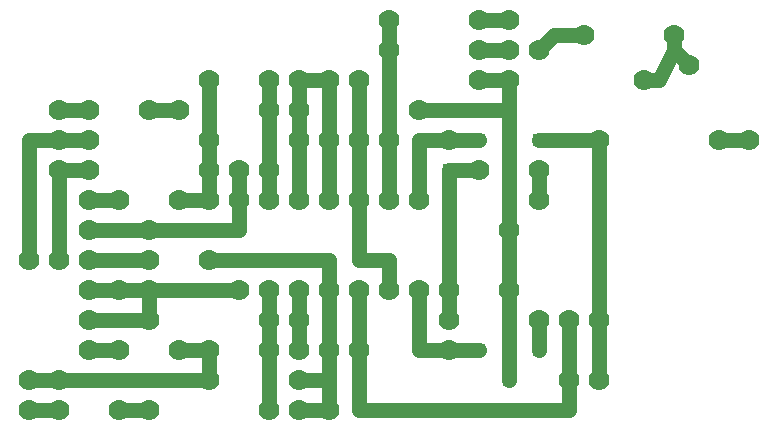
<source format=gbl>
G75*
%MOIN*%
%OFA0B0*%
%FSLAX25Y25*%
%IPPOS*%
%LPD*%
%AMOC8*
5,1,8,0,0,1.08239X$1,22.5*
%
%ADD10C,0.07000*%
%ADD11C,0.05000*%
%ADD12R,0.03962X0.03962*%
D10*
X0011000Y0011333D03*
X0021000Y0011333D03*
X0021000Y0021333D03*
X0011000Y0021333D03*
X0031000Y0031333D03*
X0041000Y0031333D03*
X0031000Y0041333D03*
X0031000Y0051333D03*
X0041000Y0051333D03*
X0051000Y0051333D03*
X0051000Y0041333D03*
X0061000Y0031333D03*
X0071000Y0031333D03*
X0071000Y0021333D03*
X0051000Y0011333D03*
X0041000Y0011333D03*
X0091000Y0011333D03*
X0101000Y0011333D03*
X0111000Y0011333D03*
X0101000Y0021333D03*
X0101000Y0031333D03*
X0091000Y0031333D03*
X0091000Y0041333D03*
X0101000Y0041333D03*
X0101000Y0051333D03*
X0091000Y0051333D03*
X0081000Y0051333D03*
X0071000Y0061333D03*
X0051000Y0061333D03*
X0051000Y0071333D03*
X0041000Y0081333D03*
X0031000Y0081333D03*
X0031000Y0071333D03*
X0031000Y0061333D03*
X0021000Y0061333D03*
X0011000Y0061333D03*
X0061000Y0081333D03*
X0071000Y0081333D03*
X0081000Y0081333D03*
X0091000Y0081333D03*
X0101000Y0081333D03*
X0111000Y0081333D03*
X0121000Y0081333D03*
X0131000Y0081333D03*
X0141000Y0081333D03*
X0161000Y0091333D03*
X0151000Y0101333D03*
X0141000Y0111333D03*
X0131000Y0101333D03*
X0121000Y0101333D03*
X0111000Y0101333D03*
X0101000Y0101333D03*
X0101000Y0111333D03*
X0091000Y0111333D03*
X0091000Y0121333D03*
X0101000Y0121333D03*
X0111000Y0121333D03*
X0121000Y0121333D03*
X0131000Y0131333D03*
X0131000Y0141333D03*
X0161000Y0141333D03*
X0171000Y0141333D03*
X0171000Y0131333D03*
X0181000Y0131333D03*
X0171000Y0121333D03*
X0161000Y0121333D03*
X0161000Y0131333D03*
X0196000Y0136333D03*
X0216000Y0121333D03*
X0231000Y0126333D03*
X0226000Y0136333D03*
X0241000Y0101333D03*
X0251000Y0101333D03*
X0201000Y0101333D03*
X0181000Y0091333D03*
X0181000Y0081333D03*
X0171000Y0071333D03*
X0171000Y0051333D03*
X0181000Y0041333D03*
X0191000Y0041333D03*
X0201000Y0041333D03*
X0201000Y0021333D03*
X0191000Y0021333D03*
X0151000Y0031333D03*
X0151000Y0041333D03*
X0151000Y0051333D03*
X0141000Y0051333D03*
X0131000Y0051333D03*
X0121000Y0051333D03*
X0111000Y0051333D03*
X0111000Y0031333D03*
X0121000Y0031333D03*
X0091000Y0091333D03*
X0081000Y0091333D03*
X0071000Y0091333D03*
X0071000Y0101333D03*
X0061000Y0111333D03*
X0051000Y0111333D03*
X0071000Y0121333D03*
X0031000Y0111333D03*
X0021000Y0111333D03*
X0021000Y0101333D03*
X0031000Y0101333D03*
X0031000Y0091333D03*
X0021000Y0091333D03*
D11*
X0031000Y0091333D01*
X0021000Y0091333D01*
X0021000Y0061333D01*
X0011000Y0061333D02*
X0011000Y0101333D01*
X0021000Y0101333D01*
X0031000Y0101333D01*
X0031000Y0111333D02*
X0021000Y0111333D01*
X0051000Y0111333D02*
X0061000Y0111333D01*
X0051000Y0111333D02*
X0051000Y0111333D01*
X0051000Y0111333D01*
X0071000Y0101333D02*
X0071000Y0121333D01*
X0071000Y0081333D01*
X0071000Y0101333D01*
X0071000Y0091333D01*
X0071000Y0121333D01*
X0091000Y0121333D02*
X0091000Y0101333D01*
X0091000Y0111333D01*
X0091000Y0111333D01*
X0101000Y0111333D02*
X0101000Y0121333D01*
X0111000Y0121333D01*
X0111000Y0101333D01*
X0111000Y0091333D01*
X0111000Y0081333D01*
X0101000Y0081333D02*
X0101000Y0111333D01*
X0111000Y0116333D02*
X0111000Y0121333D01*
X0101000Y0121333D02*
X0101000Y0101333D01*
X0091000Y0101333D02*
X0091000Y0091333D01*
X0091000Y0091333D01*
X0091000Y0091333D01*
X0091000Y0081333D01*
X0091000Y0081333D01*
X0081000Y0081333D02*
X0081000Y0081333D01*
X0081000Y0081333D01*
X0081000Y0071333D01*
X0061000Y0071333D01*
X0056000Y0071333D01*
X0051000Y0071333D01*
X0031000Y0071333D01*
X0031000Y0081333D02*
X0041000Y0081333D01*
X0061000Y0081333D02*
X0071000Y0081333D01*
X0071000Y0091333D01*
X0071000Y0101333D01*
X0081000Y0091333D02*
X0081000Y0091333D01*
X0081000Y0081333D01*
X0081000Y0081333D01*
X0071000Y0061333D02*
X0111000Y0061333D01*
X0111000Y0051333D01*
X0111000Y0021333D01*
X0111000Y0011333D01*
X0111000Y0031333D01*
X0111000Y0026333D01*
X0111000Y0021333D02*
X0101000Y0021333D01*
X0106000Y0021333D01*
X0101000Y0011333D02*
X0111000Y0011333D01*
X0121000Y0011333D02*
X0191000Y0011333D01*
X0191000Y0021333D01*
X0191000Y0041333D01*
X0181000Y0041333D02*
X0181000Y0031333D01*
X0171000Y0021333D02*
X0171000Y0051333D01*
X0171000Y0071333D01*
X0171000Y0111333D01*
X0141000Y0111333D01*
X0141000Y0101333D02*
X0141000Y0081333D01*
X0131000Y0081333D02*
X0131000Y0101333D01*
X0131000Y0131333D01*
X0131000Y0141333D01*
X0161000Y0141333D02*
X0171000Y0141333D01*
X0181000Y0131333D02*
X0186000Y0136333D01*
X0196000Y0136333D01*
X0196000Y0136333D01*
X0181000Y0131333D02*
X0181000Y0131333D01*
X0171000Y0131333D02*
X0171000Y0131333D01*
X0161000Y0131333D01*
X0161000Y0131333D01*
X0161000Y0121333D02*
X0171000Y0121333D01*
X0171000Y0111333D01*
X0161000Y0101333D02*
X0151000Y0101333D01*
X0141000Y0101333D01*
X0151000Y0091333D02*
X0151000Y0091333D01*
X0161000Y0091333D01*
X0161000Y0091333D01*
X0151000Y0091333D02*
X0151000Y0041333D01*
X0151000Y0051333D01*
X0141000Y0051333D02*
X0141000Y0031333D01*
X0151000Y0031333D01*
X0161000Y0031333D01*
X0161000Y0031333D01*
X0131000Y0051333D02*
X0131000Y0061333D01*
X0121000Y0061333D01*
X0121000Y0081333D01*
X0121000Y0101333D01*
X0121000Y0121333D01*
X0181000Y0101333D02*
X0201000Y0101333D01*
X0201000Y0091333D01*
X0201000Y0091333D01*
X0201000Y0101333D01*
X0201000Y0041333D01*
X0201000Y0021333D01*
X0121000Y0011333D02*
X0121000Y0051333D01*
X0121000Y0031333D01*
X0101000Y0031333D02*
X0101000Y0041333D01*
X0101000Y0051333D01*
X0091000Y0051333D02*
X0091000Y0051333D01*
X0091000Y0041333D01*
X0091000Y0041333D01*
X0091000Y0031333D01*
X0091000Y0031333D01*
X0091000Y0031333D01*
X0091000Y0011333D01*
X0091000Y0011333D01*
X0071000Y0021333D02*
X0021000Y0021333D01*
X0011000Y0021333D01*
X0011000Y0011333D02*
X0021000Y0011333D01*
X0041000Y0011333D02*
X0041000Y0011333D01*
X0051000Y0011333D01*
X0051000Y0011333D01*
X0071000Y0021333D02*
X0071000Y0031333D01*
X0071000Y0031333D01*
X0071000Y0031333D01*
X0071000Y0021333D01*
X0071000Y0021333D01*
X0071000Y0031333D02*
X0061000Y0031333D01*
X0061000Y0031333D01*
X0051000Y0041333D02*
X0041000Y0041333D01*
X0031000Y0041333D01*
X0031000Y0051333D02*
X0041000Y0051333D01*
X0051000Y0051333D01*
X0041000Y0051333D01*
X0051000Y0051333D02*
X0051000Y0051333D01*
X0081000Y0051333D01*
X0081000Y0051333D01*
X0091000Y0041333D02*
X0091000Y0041333D01*
X0051000Y0041333D02*
X0051000Y0041333D01*
X0051000Y0041333D01*
X0051000Y0051333D01*
X0051000Y0051333D01*
X0051000Y0061333D02*
X0031000Y0061333D01*
X0031000Y0031333D02*
X0031000Y0031333D01*
X0041000Y0031333D01*
X0041000Y0031333D01*
X0181000Y0081333D02*
X0181000Y0091333D01*
X0216000Y0121333D02*
X0216000Y0121333D01*
X0221000Y0121333D01*
X0226000Y0131333D01*
X0226000Y0131333D01*
X0231000Y0126333D01*
X0231000Y0126333D01*
X0226000Y0131333D02*
X0226000Y0136333D01*
X0226000Y0136333D01*
X0241000Y0101333D02*
X0251000Y0101333D01*
D12*
X0181000Y0101333D03*
X0161000Y0101333D03*
X0151000Y0091333D03*
X0111000Y0091333D03*
X0161000Y0031333D03*
X0171000Y0021333D03*
X0181000Y0031333D03*
X0111000Y0021333D03*
M02*

</source>
